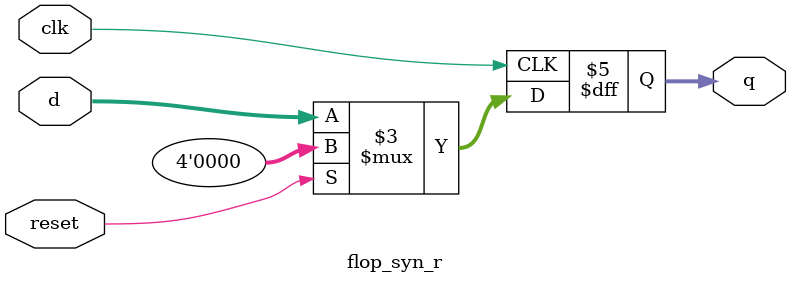
<source format=sv>

module flop_asyn_r(input logic clk,
    input logic reset,
    input logic [3:0] d,
    output logic [3:0] q);

// asynchronous reset
    always_ff @(posedge clk, posedge reset)
        if (reset) q <= 4'b0;
        else q <= d;
    endmodule



module flop_syn_r(input logic clk,
    input logic reset,
    input logic [3:0] d,
    output logic [3:0] q);

// synchronous reset
    always_ff @(posedge clk)
        if (reset) q <= 4'b0;
        else q <= d;
    endmodule

</source>
